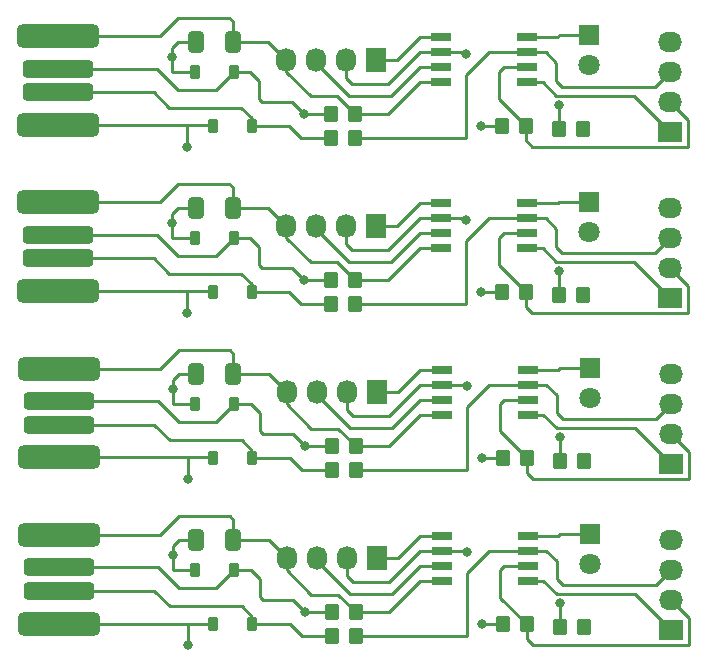
<source format=gbr>
%TF.GenerationSoftware,KiCad,Pcbnew,7.0.9*%
%TF.CreationDate,2023-12-25T23:00:34+05:45*%
%TF.ProjectId,Attiny85_USB_panel,41747469-6e79-4383-955f-5553425f7061,rev?*%
%TF.SameCoordinates,Original*%
%TF.FileFunction,Copper,L1,Top*%
%TF.FilePolarity,Positive*%
%FSLAX46Y46*%
G04 Gerber Fmt 4.6, Leading zero omitted, Abs format (unit mm)*
G04 Created by KiCad (PCBNEW 7.0.9) date 2023-12-25 23:00:34*
%MOMM*%
%LPD*%
G01*
G04 APERTURE LIST*
G04 Aperture macros list*
%AMRoundRect*
0 Rectangle with rounded corners*
0 $1 Rounding radius*
0 $2 $3 $4 $5 $6 $7 $8 $9 X,Y pos of 4 corners*
0 Add a 4 corners polygon primitive as box body*
4,1,4,$2,$3,$4,$5,$6,$7,$8,$9,$2,$3,0*
0 Add four circle primitives for the rounded corners*
1,1,$1+$1,$2,$3*
1,1,$1+$1,$4,$5*
1,1,$1+$1,$6,$7*
1,1,$1+$1,$8,$9*
0 Add four rect primitives between the rounded corners*
20,1,$1+$1,$2,$3,$4,$5,0*
20,1,$1+$1,$4,$5,$6,$7,0*
20,1,$1+$1,$6,$7,$8,$9,0*
20,1,$1+$1,$8,$9,$2,$3,0*%
G04 Aperture macros list end*
%TA.AperFunction,SMDPad,CuDef*%
%ADD10RoundRect,0.250000X0.350000X0.450000X-0.350000X0.450000X-0.350000X-0.450000X0.350000X-0.450000X0*%
%TD*%
%TA.AperFunction,SMDPad,CuDef*%
%ADD11R,1.700000X0.650000*%
%TD*%
%TA.AperFunction,ComponentPad*%
%ADD12R,1.730000X2.030000*%
%TD*%
%TA.AperFunction,ComponentPad*%
%ADD13O,1.730000X2.030000*%
%TD*%
%TA.AperFunction,SMDPad,CuDef*%
%ADD14RoundRect,0.225000X0.225000X0.375000X-0.225000X0.375000X-0.225000X-0.375000X0.225000X-0.375000X0*%
%TD*%
%TA.AperFunction,SMDPad,CuDef*%
%ADD15RoundRect,0.250000X-0.350000X-0.450000X0.350000X-0.450000X0.350000X0.450000X-0.350000X0.450000X0*%
%TD*%
%TA.AperFunction,ComponentPad*%
%ADD16R,2.030000X1.730000*%
%TD*%
%TA.AperFunction,ComponentPad*%
%ADD17O,2.030000X1.730000*%
%TD*%
%TA.AperFunction,SMDPad,CuDef*%
%ADD18RoundRect,0.250000X0.412500X0.650000X-0.412500X0.650000X-0.412500X-0.650000X0.412500X-0.650000X0*%
%TD*%
%TA.AperFunction,ComponentPad*%
%ADD19R,1.800000X1.800000*%
%TD*%
%TA.AperFunction,ComponentPad*%
%ADD20C,1.800000*%
%TD*%
%TA.AperFunction,SMDPad,CuDef*%
%ADD21RoundRect,0.500000X-3.000000X-0.500000X3.000000X-0.500000X3.000000X0.500000X-3.000000X0.500000X0*%
%TD*%
%TA.AperFunction,SMDPad,CuDef*%
%ADD22RoundRect,0.375000X-2.625000X-0.375000X2.625000X-0.375000X2.625000X0.375000X-2.625000X0.375000X0*%
%TD*%
%TA.AperFunction,ViaPad*%
%ADD23C,0.800000*%
%TD*%
%TA.AperFunction,Conductor*%
%ADD24C,0.250000*%
%TD*%
G04 APERTURE END LIST*
D10*
%TO.P,R1,1*%
%TO.N,Net-(J2-Pin_3)*%
X100062600Y-65379600D03*
%TO.P,R1,2*%
%TO.N,Net-(D2-K)*%
X98062600Y-65379600D03*
%TD*%
D11*
%TO.P,U3,1,~{RESET}/PB5*%
%TO.N,Net-(J2-Pin_1)*%
X114648000Y-46609000D03*
%TO.P,U3,2,XTAL1/PB3*%
%TO.N,Net-(J2-Pin_2)*%
X114648000Y-45339000D03*
%TO.P,U3,3,XTAL2/PB4*%
%TO.N,Net-(J2-Pin_3)*%
X114648000Y-44069000D03*
%TO.P,U3,4,GND*%
%TO.N,GND*%
X114648000Y-42799000D03*
%TO.P,U3,5,AREF/PB0*%
%TO.N,Net-(J1-Pin_1)*%
X107348000Y-42799000D03*
%TO.P,U3,6,PB1*%
%TO.N,Net-(J1-Pin_2)*%
X107348000Y-44069000D03*
%TO.P,U3,7,PB2*%
%TO.N,Net-(J1-Pin_3)*%
X107348000Y-45339000D03*
%TO.P,U3,8,VCC*%
%TO.N,+5V*%
X107348000Y-46609000D03*
%TD*%
D10*
%TO.P,R4,1*%
%TO.N,+5V*%
X100062600Y-63347600D03*
%TO.P,R4,2*%
%TO.N,Net-(D1-K)*%
X98062600Y-63347600D03*
%TD*%
D12*
%TO.P,J1,1,Pin_1*%
%TO.N,Net-(J1-Pin_1)*%
X101854000Y-44704000D03*
D13*
%TO.P,J1,2,Pin_2*%
%TO.N,Net-(J1-Pin_2)*%
X99314000Y-44704000D03*
%TO.P,J1,3,Pin_3*%
%TO.N,Net-(J1-Pin_3)*%
X96774000Y-44704000D03*
%TO.P,J1,4,Pin_4*%
%TO.N,+5V*%
X94234000Y-44704000D03*
%TD*%
D14*
%TO.P,D1,1,K*%
%TO.N,Net-(D1-K)*%
X89838800Y-87960200D03*
%TO.P,D1,2,A*%
%TO.N,GND*%
X86538800Y-87960200D03*
%TD*%
D10*
%TO.P,R3,1*%
%TO.N,Net-(J2-Pin_2)*%
X114588800Y-92532200D03*
%TO.P,R3,2*%
%TO.N,Net-(D1-K)*%
X112588800Y-92532200D03*
%TD*%
D15*
%TO.P,R2,1*%
%TO.N,Net-(J1-Pin_2)*%
X117364000Y-50546000D03*
%TO.P,R2,2*%
%TO.N,Net-(D3-A)*%
X119364000Y-50546000D03*
%TD*%
D14*
%TO.P,D1,1,K*%
%TO.N,Net-(D1-K)*%
X89836200Y-73888600D03*
%TO.P,D1,2,A*%
%TO.N,GND*%
X86536200Y-73888600D03*
%TD*%
D16*
%TO.P,J2,1,Pin_1*%
%TO.N,Net-(J2-Pin_1)*%
X126748600Y-64871600D03*
D17*
%TO.P,J2,2,Pin_2*%
%TO.N,Net-(J2-Pin_2)*%
X126748600Y-62331600D03*
%TO.P,J2,3,Pin_3*%
%TO.N,Net-(J2-Pin_3)*%
X126748600Y-59791600D03*
%TO.P,J2,4,Pin_4*%
%TO.N,GND*%
X126748600Y-57251600D03*
%TD*%
D10*
%TO.P,R3,1*%
%TO.N,Net-(J2-Pin_2)*%
X114586200Y-78460600D03*
%TO.P,R3,2*%
%TO.N,Net-(D1-K)*%
X112586200Y-78460600D03*
%TD*%
D14*
%TO.P,D2,1,K*%
%TO.N,Net-(D2-K)*%
X91360200Y-78460600D03*
%TO.P,D2,2,A*%
%TO.N,GND*%
X88060200Y-78460600D03*
%TD*%
%TO.P,D2,1,K*%
%TO.N,Net-(D2-K)*%
X91362800Y-92532200D03*
%TO.P,D2,2,A*%
%TO.N,GND*%
X88062800Y-92532200D03*
%TD*%
D18*
%TO.P,C1,1*%
%TO.N,+5V*%
X89703100Y-57251600D03*
%TO.P,C1,2*%
%TO.N,GND*%
X86578100Y-57251600D03*
%TD*%
D19*
%TO.P,D3,1,K*%
%TO.N,GND*%
X119888000Y-42667000D03*
D20*
%TO.P,D3,2,A*%
%TO.N,Net-(D3-A)*%
X119888000Y-45207000D03*
%TD*%
D10*
%TO.P,R1,1*%
%TO.N,Net-(J2-Pin_3)*%
X100108200Y-79476600D03*
%TO.P,R1,2*%
%TO.N,Net-(D2-K)*%
X98108200Y-79476600D03*
%TD*%
D18*
%TO.P,C1,1*%
%TO.N,+5V*%
X89751300Y-85420200D03*
%TO.P,C1,2*%
%TO.N,GND*%
X86626300Y-85420200D03*
%TD*%
D19*
%TO.P,D3,1,K*%
%TO.N,GND*%
X119938800Y-84907200D03*
D20*
%TO.P,D3,2,A*%
%TO.N,Net-(D3-A)*%
X119938800Y-87447200D03*
%TD*%
D12*
%TO.P,J1,1,Pin_1*%
%TO.N,Net-(J1-Pin_1)*%
X101902200Y-72872600D03*
D13*
%TO.P,J1,2,Pin_2*%
%TO.N,Net-(J1-Pin_2)*%
X99362200Y-72872600D03*
%TO.P,J1,3,Pin_3*%
%TO.N,Net-(J1-Pin_3)*%
X96822200Y-72872600D03*
%TO.P,J1,4,Pin_4*%
%TO.N,+5V*%
X94282200Y-72872600D03*
%TD*%
D16*
%TO.P,J2,1,Pin_1*%
%TO.N,Net-(J2-Pin_1)*%
X126794200Y-78968600D03*
D17*
%TO.P,J2,2,Pin_2*%
%TO.N,Net-(J2-Pin_2)*%
X126794200Y-76428600D03*
%TO.P,J2,3,Pin_3*%
%TO.N,Net-(J2-Pin_3)*%
X126794200Y-73888600D03*
%TO.P,J2,4,Pin_4*%
%TO.N,GND*%
X126794200Y-71348600D03*
%TD*%
D16*
%TO.P,J2,1,Pin_1*%
%TO.N,Net-(J2-Pin_1)*%
X126746000Y-50800000D03*
D17*
%TO.P,J2,2,Pin_2*%
%TO.N,Net-(J2-Pin_2)*%
X126746000Y-48260000D03*
%TO.P,J2,3,Pin_3*%
%TO.N,Net-(J2-Pin_3)*%
X126746000Y-45720000D03*
%TO.P,J2,4,Pin_4*%
%TO.N,GND*%
X126746000Y-43180000D03*
%TD*%
D19*
%TO.P,D3,1,K*%
%TO.N,GND*%
X119936200Y-70835600D03*
D20*
%TO.P,D3,2,A*%
%TO.N,Net-(D3-A)*%
X119936200Y-73375600D03*
%TD*%
D18*
%TO.P,C1,1*%
%TO.N,+5V*%
X89748700Y-71348600D03*
%TO.P,C1,2*%
%TO.N,GND*%
X86623700Y-71348600D03*
%TD*%
D14*
%TO.P,D2,1,K*%
%TO.N,Net-(D2-K)*%
X91314600Y-64363600D03*
%TO.P,D2,2,A*%
%TO.N,GND*%
X88014600Y-64363600D03*
%TD*%
D18*
%TO.P,C1,1*%
%TO.N,+5V*%
X89700500Y-43180000D03*
%TO.P,C1,2*%
%TO.N,GND*%
X86575500Y-43180000D03*
%TD*%
D15*
%TO.P,R2,1*%
%TO.N,Net-(J1-Pin_2)*%
X117412200Y-78714600D03*
%TO.P,R2,2*%
%TO.N,Net-(D3-A)*%
X119412200Y-78714600D03*
%TD*%
D10*
%TO.P,R4,1*%
%TO.N,+5V*%
X100108200Y-77444600D03*
%TO.P,R4,2*%
%TO.N,Net-(D1-K)*%
X98108200Y-77444600D03*
%TD*%
D16*
%TO.P,J2,1,Pin_1*%
%TO.N,Net-(J2-Pin_1)*%
X126796800Y-93040200D03*
D17*
%TO.P,J2,2,Pin_2*%
%TO.N,Net-(J2-Pin_2)*%
X126796800Y-90500200D03*
%TO.P,J2,3,Pin_3*%
%TO.N,Net-(J2-Pin_3)*%
X126796800Y-87960200D03*
%TO.P,J2,4,Pin_4*%
%TO.N,GND*%
X126796800Y-85420200D03*
%TD*%
D21*
%TO.P,U2,1,Vcc*%
%TO.N,+5V*%
X74978200Y-70884600D03*
D22*
%TO.P,U2,2,D+*%
%TO.N,Net-(D1-K)*%
X74978200Y-73634600D03*
%TO.P,U2,3,D-*%
%TO.N,Net-(D2-K)*%
X74978200Y-75634600D03*
D21*
%TO.P,U2,4,GND*%
%TO.N,GND*%
X74978200Y-78384600D03*
%TD*%
D12*
%TO.P,J1,1,Pin_1*%
%TO.N,Net-(J1-Pin_1)*%
X101904800Y-86944200D03*
D13*
%TO.P,J1,2,Pin_2*%
%TO.N,Net-(J1-Pin_2)*%
X99364800Y-86944200D03*
%TO.P,J1,3,Pin_3*%
%TO.N,Net-(J1-Pin_3)*%
X96824800Y-86944200D03*
%TO.P,J1,4,Pin_4*%
%TO.N,+5V*%
X94284800Y-86944200D03*
%TD*%
D10*
%TO.P,R4,1*%
%TO.N,+5V*%
X100110800Y-91516200D03*
%TO.P,R4,2*%
%TO.N,Net-(D1-K)*%
X98110800Y-91516200D03*
%TD*%
D14*
%TO.P,D1,1,K*%
%TO.N,Net-(D1-K)*%
X89788000Y-45720000D03*
%TO.P,D1,2,A*%
%TO.N,GND*%
X86488000Y-45720000D03*
%TD*%
D10*
%TO.P,R1,1*%
%TO.N,Net-(J2-Pin_3)*%
X100110800Y-93548200D03*
%TO.P,R1,2*%
%TO.N,Net-(D2-K)*%
X98110800Y-93548200D03*
%TD*%
%TO.P,R1,1*%
%TO.N,Net-(J2-Pin_3)*%
X100060000Y-51308000D03*
%TO.P,R1,2*%
%TO.N,Net-(D2-K)*%
X98060000Y-51308000D03*
%TD*%
D14*
%TO.P,D2,1,K*%
%TO.N,Net-(D2-K)*%
X91312000Y-50292000D03*
%TO.P,D2,2,A*%
%TO.N,GND*%
X88012000Y-50292000D03*
%TD*%
D10*
%TO.P,R4,1*%
%TO.N,+5V*%
X100060000Y-49276000D03*
%TO.P,R4,2*%
%TO.N,Net-(D1-K)*%
X98060000Y-49276000D03*
%TD*%
D21*
%TO.P,U2,1,Vcc*%
%TO.N,+5V*%
X74932600Y-56787600D03*
D22*
%TO.P,U2,2,D+*%
%TO.N,Net-(D1-K)*%
X74932600Y-59537600D03*
%TO.P,U2,3,D-*%
%TO.N,Net-(D2-K)*%
X74932600Y-61537600D03*
D21*
%TO.P,U2,4,GND*%
%TO.N,GND*%
X74932600Y-64287600D03*
%TD*%
%TO.P,U2,1,Vcc*%
%TO.N,+5V*%
X74930000Y-42716000D03*
D22*
%TO.P,U2,2,D+*%
%TO.N,Net-(D1-K)*%
X74930000Y-45466000D03*
%TO.P,U2,3,D-*%
%TO.N,Net-(D2-K)*%
X74930000Y-47466000D03*
D21*
%TO.P,U2,4,GND*%
%TO.N,GND*%
X74930000Y-50216000D03*
%TD*%
D10*
%TO.P,R3,1*%
%TO.N,Net-(J2-Pin_2)*%
X114540600Y-64363600D03*
%TO.P,R3,2*%
%TO.N,Net-(D1-K)*%
X112540600Y-64363600D03*
%TD*%
D15*
%TO.P,R2,1*%
%TO.N,Net-(J1-Pin_2)*%
X117366600Y-64617600D03*
%TO.P,R2,2*%
%TO.N,Net-(D3-A)*%
X119366600Y-64617600D03*
%TD*%
D11*
%TO.P,U3,1,~{RESET}/PB5*%
%TO.N,Net-(J2-Pin_1)*%
X114650600Y-60680600D03*
%TO.P,U3,2,XTAL1/PB3*%
%TO.N,Net-(J2-Pin_2)*%
X114650600Y-59410600D03*
%TO.P,U3,3,XTAL2/PB4*%
%TO.N,Net-(J2-Pin_3)*%
X114650600Y-58140600D03*
%TO.P,U3,4,GND*%
%TO.N,GND*%
X114650600Y-56870600D03*
%TO.P,U3,5,AREF/PB0*%
%TO.N,Net-(J1-Pin_1)*%
X107350600Y-56870600D03*
%TO.P,U3,6,PB1*%
%TO.N,Net-(J1-Pin_2)*%
X107350600Y-58140600D03*
%TO.P,U3,7,PB2*%
%TO.N,Net-(J1-Pin_3)*%
X107350600Y-59410600D03*
%TO.P,U3,8,VCC*%
%TO.N,+5V*%
X107350600Y-60680600D03*
%TD*%
D10*
%TO.P,R3,1*%
%TO.N,Net-(J2-Pin_2)*%
X114538000Y-50292000D03*
%TO.P,R3,2*%
%TO.N,Net-(D1-K)*%
X112538000Y-50292000D03*
%TD*%
D14*
%TO.P,D1,1,K*%
%TO.N,Net-(D1-K)*%
X89790600Y-59791600D03*
%TO.P,D1,2,A*%
%TO.N,GND*%
X86490600Y-59791600D03*
%TD*%
D12*
%TO.P,J1,1,Pin_1*%
%TO.N,Net-(J1-Pin_1)*%
X101856600Y-58775600D03*
D13*
%TO.P,J1,2,Pin_2*%
%TO.N,Net-(J1-Pin_2)*%
X99316600Y-58775600D03*
%TO.P,J1,3,Pin_3*%
%TO.N,Net-(J1-Pin_3)*%
X96776600Y-58775600D03*
%TO.P,J1,4,Pin_4*%
%TO.N,+5V*%
X94236600Y-58775600D03*
%TD*%
D19*
%TO.P,D3,1,K*%
%TO.N,GND*%
X119890600Y-56738600D03*
D20*
%TO.P,D3,2,A*%
%TO.N,Net-(D3-A)*%
X119890600Y-59278600D03*
%TD*%
D11*
%TO.P,U3,1,~{RESET}/PB5*%
%TO.N,Net-(J2-Pin_1)*%
X114696200Y-74777600D03*
%TO.P,U3,2,XTAL1/PB3*%
%TO.N,Net-(J2-Pin_2)*%
X114696200Y-73507600D03*
%TO.P,U3,3,XTAL2/PB4*%
%TO.N,Net-(J2-Pin_3)*%
X114696200Y-72237600D03*
%TO.P,U3,4,GND*%
%TO.N,GND*%
X114696200Y-70967600D03*
%TO.P,U3,5,AREF/PB0*%
%TO.N,Net-(J1-Pin_1)*%
X107396200Y-70967600D03*
%TO.P,U3,6,PB1*%
%TO.N,Net-(J1-Pin_2)*%
X107396200Y-72237600D03*
%TO.P,U3,7,PB2*%
%TO.N,Net-(J1-Pin_3)*%
X107396200Y-73507600D03*
%TO.P,U3,8,VCC*%
%TO.N,+5V*%
X107396200Y-74777600D03*
%TD*%
D15*
%TO.P,R2,1*%
%TO.N,Net-(J1-Pin_2)*%
X117414800Y-92786200D03*
%TO.P,R2,2*%
%TO.N,Net-(D3-A)*%
X119414800Y-92786200D03*
%TD*%
D11*
%TO.P,U3,1,~{RESET}/PB5*%
%TO.N,Net-(J2-Pin_1)*%
X114698800Y-88849200D03*
%TO.P,U3,2,XTAL1/PB3*%
%TO.N,Net-(J2-Pin_2)*%
X114698800Y-87579200D03*
%TO.P,U3,3,XTAL2/PB4*%
%TO.N,Net-(J2-Pin_3)*%
X114698800Y-86309200D03*
%TO.P,U3,4,GND*%
%TO.N,GND*%
X114698800Y-85039200D03*
%TO.P,U3,5,AREF/PB0*%
%TO.N,Net-(J1-Pin_1)*%
X107398800Y-85039200D03*
%TO.P,U3,6,PB1*%
%TO.N,Net-(J1-Pin_2)*%
X107398800Y-86309200D03*
%TO.P,U3,7,PB2*%
%TO.N,Net-(J1-Pin_3)*%
X107398800Y-87579200D03*
%TO.P,U3,8,VCC*%
%TO.N,+5V*%
X107398800Y-88849200D03*
%TD*%
D21*
%TO.P,U2,1,Vcc*%
%TO.N,+5V*%
X74980800Y-84956200D03*
D22*
%TO.P,U2,2,D+*%
%TO.N,Net-(D1-K)*%
X74980800Y-87706200D03*
%TO.P,U2,3,D-*%
%TO.N,Net-(D2-K)*%
X74980800Y-89706200D03*
D21*
%TO.P,U2,4,GND*%
%TO.N,GND*%
X74980800Y-92456200D03*
%TD*%
D23*
%TO.N,GND*%
X85854600Y-66141600D03*
X84632800Y-86690200D03*
X84582000Y-44450000D03*
X85900200Y-80238600D03*
X85852000Y-52070000D03*
X84584600Y-58521600D03*
X84630200Y-72618600D03*
X85902800Y-94310200D03*
%TO.N,Net-(D1-K)*%
X95758000Y-49276000D03*
X95806200Y-77444600D03*
X110744000Y-50292000D03*
X95808800Y-91516200D03*
X110746600Y-64363600D03*
X110794800Y-92532200D03*
X110792200Y-78460600D03*
X95760600Y-63347600D03*
%TO.N,Net-(J1-Pin_2)*%
X117396200Y-76682600D03*
X117350600Y-62585600D03*
X117398800Y-90754200D03*
X117348000Y-48514000D03*
X109476600Y-58267600D03*
X109524800Y-86436200D03*
X109522200Y-72364600D03*
X109474000Y-44196000D03*
%TD*%
D24*
%TO.N,+5V*%
X74932600Y-56787600D02*
X83524600Y-56787600D01*
X102870000Y-49276000D02*
X105537000Y-46609000D01*
X98621200Y-75957600D02*
X96351200Y-75957600D01*
X105539600Y-60680600D02*
X107350600Y-60680600D01*
X94234000Y-45720000D02*
X94234000Y-44704000D01*
X85092600Y-55219600D02*
X89410600Y-55219600D01*
X74930000Y-42716000D02*
X83522000Y-42716000D01*
X83522000Y-42716000D02*
X85090000Y-41148000D01*
X89700500Y-43180000D02*
X92710000Y-43180000D01*
X105585200Y-74777600D02*
X107396200Y-74777600D01*
X89751300Y-83680700D02*
X89751300Y-85420200D01*
X89700500Y-41440500D02*
X89700500Y-43180000D01*
X98623800Y-90029200D02*
X96353800Y-90029200D01*
X98573000Y-47789000D02*
X96303000Y-47789000D01*
X100110800Y-91516200D02*
X102920800Y-91516200D01*
X105537000Y-46609000D02*
X107348000Y-46609000D01*
X100062600Y-63347600D02*
X98575600Y-61860600D01*
X89703100Y-57251600D02*
X92712600Y-57251600D01*
X92712600Y-57251600D02*
X94236600Y-58775600D01*
X96305600Y-61860600D02*
X94236600Y-59791600D01*
X100060000Y-49276000D02*
X98573000Y-47789000D01*
X102920800Y-91516200D02*
X105587800Y-88849200D01*
X100110800Y-91516200D02*
X98623800Y-90029200D01*
X83524600Y-56787600D02*
X85092600Y-55219600D01*
X94284800Y-87960200D02*
X94284800Y-86944200D01*
X92710000Y-43180000D02*
X94234000Y-44704000D01*
X74978200Y-70884600D02*
X83570200Y-70884600D01*
X94236600Y-59791600D02*
X94236600Y-58775600D01*
X89751300Y-85420200D02*
X92760800Y-85420200D01*
X89748700Y-69609100D02*
X89748700Y-71348600D01*
X96303000Y-47789000D02*
X94234000Y-45720000D01*
X89748700Y-71348600D02*
X92758200Y-71348600D01*
X89703100Y-55512100D02*
X89703100Y-57251600D01*
X100060000Y-49276000D02*
X102870000Y-49276000D01*
X89410600Y-55219600D02*
X89703100Y-55512100D01*
X102918200Y-77444600D02*
X105585200Y-74777600D01*
X102872600Y-63347600D02*
X105539600Y-60680600D01*
X100108200Y-77444600D02*
X98621200Y-75957600D01*
X105587800Y-88849200D02*
X107398800Y-88849200D01*
X100108200Y-77444600D02*
X102918200Y-77444600D01*
X94282200Y-73888600D02*
X94282200Y-72872600D01*
X83570200Y-70884600D02*
X85138200Y-69316600D01*
X96351200Y-75957600D02*
X94282200Y-73888600D01*
X85138200Y-69316600D02*
X89456200Y-69316600D01*
X89408000Y-41148000D02*
X89700500Y-41440500D01*
X92758200Y-71348600D02*
X94282200Y-72872600D01*
X85090000Y-41148000D02*
X89408000Y-41148000D01*
X89458800Y-83388200D02*
X89751300Y-83680700D01*
X96353800Y-90029200D02*
X94284800Y-87960200D01*
X89456200Y-69316600D02*
X89748700Y-69609100D01*
X98575600Y-61860600D02*
X96305600Y-61860600D01*
X85140800Y-83388200D02*
X89458800Y-83388200D01*
X74980800Y-84956200D02*
X83572800Y-84956200D01*
X100062600Y-63347600D02*
X102872600Y-63347600D01*
X92760800Y-85420200D02*
X94284800Y-86944200D01*
X83572800Y-84956200D02*
X85140800Y-83388200D01*
%TO.N,GND*%
X85854600Y-64287600D02*
X87938600Y-64287600D01*
X117269200Y-70967600D02*
X114696200Y-70967600D01*
X85140800Y-85420200D02*
X86626300Y-85420200D01*
X117271800Y-85039200D02*
X114698800Y-85039200D01*
X74980800Y-92456200D02*
X85902800Y-92456200D01*
X85854600Y-64287600D02*
X85854600Y-66141600D01*
X117353000Y-42667000D02*
X117221000Y-42799000D01*
X85900200Y-78384600D02*
X85900200Y-80238600D01*
X74930000Y-50216000D02*
X85852000Y-50216000D01*
X74932600Y-64287600D02*
X85854600Y-64287600D01*
X119888000Y-42667000D02*
X117353000Y-42667000D01*
X117355600Y-56738600D02*
X117223600Y-56870600D01*
X84584600Y-57759600D02*
X85092600Y-57251600D01*
X84582000Y-44450000D02*
X84582000Y-43688000D01*
X74978200Y-78384600D02*
X85900200Y-78384600D01*
X84582000Y-45720000D02*
X86488000Y-45720000D01*
X84630200Y-72618600D02*
X84630200Y-73888600D01*
X85852000Y-50216000D02*
X85852000Y-52070000D01*
X85902800Y-92456200D02*
X85902800Y-94310200D01*
X84582000Y-44450000D02*
X84582000Y-45720000D01*
X84630200Y-72618600D02*
X84630200Y-71856600D01*
X117403800Y-84907200D02*
X117271800Y-85039200D01*
X85852000Y-50216000D02*
X87936000Y-50216000D01*
X87984200Y-78384600D02*
X88060200Y-78460600D01*
X84632800Y-86690200D02*
X84632800Y-85928200D01*
X84632800Y-85928200D02*
X85140800Y-85420200D01*
X85902800Y-92456200D02*
X87986800Y-92456200D01*
X87986800Y-92456200D02*
X88062800Y-92532200D01*
X119890600Y-56738600D02*
X117355600Y-56738600D01*
X87936000Y-50216000D02*
X88012000Y-50292000D01*
X84632800Y-87960200D02*
X86538800Y-87960200D01*
X84584600Y-59791600D02*
X86490600Y-59791600D01*
X84584600Y-58521600D02*
X84584600Y-59791600D01*
X85092600Y-57251600D02*
X86578100Y-57251600D01*
X119936200Y-70835600D02*
X117401200Y-70835600D01*
X119938800Y-84907200D02*
X117403800Y-84907200D01*
X85900200Y-78384600D02*
X87984200Y-78384600D01*
X117221000Y-42799000D02*
X114648000Y-42799000D01*
X84632800Y-86690200D02*
X84632800Y-87960200D01*
X85138200Y-71348600D02*
X86623700Y-71348600D01*
X84630200Y-71856600D02*
X85138200Y-71348600D01*
X87938600Y-64287600D02*
X88014600Y-64363600D01*
X84582000Y-43688000D02*
X85090000Y-43180000D01*
X117223600Y-56870600D02*
X114650600Y-56870600D01*
X84584600Y-58521600D02*
X84584600Y-57759600D01*
X117401200Y-70835600D02*
X117269200Y-70967600D01*
X84630200Y-73888600D02*
X86536200Y-73888600D01*
X85090000Y-43180000D02*
X86575500Y-43180000D01*
%TO.N,Net-(D1-K)*%
X74932600Y-59537600D02*
X83314600Y-59537600D01*
X92202000Y-48260000D02*
X94742000Y-48260000D01*
X83360200Y-73634600D02*
X85138200Y-75412600D01*
X95760600Y-63347600D02*
X98062600Y-63347600D01*
X89790600Y-59791600D02*
X91188600Y-59791600D01*
X110794800Y-92532200D02*
X112588800Y-92532200D01*
X91998800Y-90246200D02*
X92252800Y-90500200D01*
X89788000Y-45720000D02*
X91186000Y-45720000D01*
X94792800Y-90500200D02*
X95808800Y-91516200D01*
X110746600Y-64363600D02*
X112540600Y-64363600D01*
X88312200Y-75412600D02*
X89836200Y-73888600D01*
X88314800Y-89484200D02*
X89838800Y-87960200D01*
X91950600Y-60553600D02*
X91950600Y-62077600D01*
X91996200Y-76174600D02*
X92250200Y-76428600D01*
X94742000Y-48260000D02*
X95758000Y-49276000D01*
X92250200Y-76428600D02*
X94790200Y-76428600D01*
X94790200Y-76428600D02*
X95806200Y-77444600D01*
X85138200Y-75412600D02*
X88312200Y-75412600D01*
X92252800Y-90500200D02*
X94792800Y-90500200D01*
X92204600Y-62331600D02*
X94744600Y-62331600D01*
X85140800Y-89484200D02*
X88314800Y-89484200D01*
X74930000Y-45466000D02*
X83312000Y-45466000D01*
X89838800Y-87960200D02*
X91236800Y-87960200D01*
X91186000Y-45720000D02*
X91948000Y-46482000D01*
X110792200Y-78460600D02*
X112586200Y-78460600D01*
X85092600Y-61315600D02*
X88266600Y-61315600D01*
X95806200Y-77444600D02*
X98108200Y-77444600D01*
X91996200Y-74650600D02*
X91996200Y-76174600D01*
X88264000Y-47244000D02*
X89788000Y-45720000D01*
X91948000Y-46482000D02*
X91948000Y-48006000D01*
X91950600Y-62077600D02*
X92204600Y-62331600D01*
X74980800Y-87706200D02*
X83362800Y-87706200D01*
X91948000Y-48006000D02*
X92202000Y-48260000D01*
X91236800Y-87960200D02*
X91998800Y-88722200D01*
X83312000Y-45466000D02*
X85090000Y-47244000D01*
X85090000Y-47244000D02*
X88264000Y-47244000D01*
X91234200Y-73888600D02*
X91996200Y-74650600D01*
X110744000Y-50292000D02*
X112538000Y-50292000D01*
X95758000Y-49276000D02*
X98060000Y-49276000D01*
X88266600Y-61315600D02*
X89790600Y-59791600D01*
X95808800Y-91516200D02*
X98110800Y-91516200D01*
X74978200Y-73634600D02*
X83360200Y-73634600D01*
X89836200Y-73888600D02*
X91234200Y-73888600D01*
X91188600Y-59791600D02*
X91950600Y-60553600D01*
X83314600Y-59537600D02*
X85092600Y-61315600D01*
X91998800Y-88722200D02*
X91998800Y-90246200D01*
X94744600Y-62331600D02*
X95760600Y-63347600D01*
X83362800Y-87706200D02*
X85140800Y-89484200D01*
%TO.N,Net-(D2-K)*%
X90474800Y-91008200D02*
X91362800Y-91896200D01*
X83028600Y-61537600D02*
X84330600Y-62839600D01*
X91314600Y-63727600D02*
X91314600Y-64363600D01*
X91312000Y-50292000D02*
X91321000Y-50283000D01*
X90472200Y-76936600D02*
X91360200Y-77824600D01*
X91312000Y-50292000D02*
X94488000Y-50292000D01*
X95552200Y-79476600D02*
X98108200Y-79476600D01*
X90424000Y-48768000D02*
X91312000Y-49656000D01*
X95506600Y-65379600D02*
X98062600Y-65379600D01*
X91314600Y-64363600D02*
X91323600Y-64354600D01*
X74980800Y-89706200D02*
X83076800Y-89706200D01*
X91362800Y-92532200D02*
X91371800Y-92523200D01*
X74978200Y-75634600D02*
X83074200Y-75634600D01*
X90426600Y-62839600D02*
X91314600Y-63727600D01*
X83026000Y-47466000D02*
X84328000Y-48768000D01*
X91362800Y-92532200D02*
X94538800Y-92532200D01*
X95554800Y-93548200D02*
X98110800Y-93548200D01*
X91360200Y-78460600D02*
X91369200Y-78451600D01*
X94488000Y-50292000D02*
X95504000Y-51308000D01*
X91314600Y-64363600D02*
X94490600Y-64363600D01*
X84330600Y-62839600D02*
X90426600Y-62839600D01*
X95504000Y-51308000D02*
X98060000Y-51308000D01*
X94538800Y-92532200D02*
X95554800Y-93548200D01*
X84328000Y-48768000D02*
X90424000Y-48768000D01*
X74932600Y-61537600D02*
X83028600Y-61537600D01*
X91360200Y-78460600D02*
X94536200Y-78460600D01*
X91312000Y-49656000D02*
X91312000Y-50292000D01*
X84378800Y-91008200D02*
X90474800Y-91008200D01*
X74930000Y-47466000D02*
X83026000Y-47466000D01*
X91360200Y-77824600D02*
X91360200Y-78460600D01*
X94490600Y-64363600D02*
X95506600Y-65379600D01*
X94536200Y-78460600D02*
X95552200Y-79476600D01*
X91362800Y-91896200D02*
X91362800Y-92532200D01*
X83074200Y-75634600D02*
X84376200Y-76936600D01*
X83076800Y-89706200D02*
X84378800Y-91008200D01*
X84376200Y-76936600D02*
X90472200Y-76936600D01*
%TO.N,Net-(J1-Pin_1)*%
X103634600Y-58775600D02*
X105539600Y-56870600D01*
X105537000Y-42799000D02*
X107348000Y-42799000D01*
X103632000Y-44704000D02*
X105537000Y-42799000D01*
X101902200Y-72872600D02*
X103680200Y-72872600D01*
X105587800Y-85039200D02*
X107398800Y-85039200D01*
X103682800Y-86944200D02*
X105587800Y-85039200D01*
X103680200Y-72872600D02*
X105585200Y-70967600D01*
X101856600Y-58775600D02*
X103634600Y-58775600D01*
X105539600Y-56870600D02*
X107350600Y-56870600D01*
X101854000Y-44704000D02*
X103632000Y-44704000D01*
X105585200Y-70967600D02*
X107396200Y-70967600D01*
X101904800Y-86944200D02*
X103682800Y-86944200D01*
%TO.N,Net-(J1-Pin_2)*%
X102918200Y-74904600D02*
X105585200Y-72237600D01*
X102920800Y-88976200D02*
X105587800Y-86309200D01*
X109395200Y-72237600D02*
X109522200Y-72364600D01*
X109397800Y-86309200D02*
X109524800Y-86436200D01*
X107396200Y-72237600D02*
X109395200Y-72237600D01*
X99316600Y-58775600D02*
X99316600Y-60299600D01*
X117398800Y-92770200D02*
X117414800Y-92786200D01*
X117350600Y-64601600D02*
X117366600Y-64617600D01*
X99362200Y-74396600D02*
X99870200Y-74904600D01*
X117396200Y-78698600D02*
X117412200Y-78714600D01*
X117396200Y-76682600D02*
X117396200Y-78698600D01*
X105585200Y-72237600D02*
X107396200Y-72237600D01*
X99822000Y-46736000D02*
X102870000Y-46736000D01*
X107350600Y-58140600D02*
X109349600Y-58140600D01*
X99316600Y-60299600D02*
X99824600Y-60807600D01*
X105539600Y-58140600D02*
X107350600Y-58140600D01*
X117350600Y-62585600D02*
X117350600Y-64601600D01*
X107398800Y-86309200D02*
X109397800Y-86309200D01*
X107348000Y-44069000D02*
X109347000Y-44069000D01*
X105537000Y-44069000D02*
X107348000Y-44069000D01*
X105587800Y-86309200D02*
X107398800Y-86309200D01*
X99870200Y-74904600D02*
X102918200Y-74904600D01*
X99364800Y-86944200D02*
X99364800Y-88468200D01*
X102870000Y-46736000D02*
X105537000Y-44069000D01*
X117398800Y-90754200D02*
X117398800Y-92770200D01*
X99362200Y-72872600D02*
X99362200Y-74396600D01*
X117348000Y-48514000D02*
X117348000Y-50530000D01*
X99364800Y-88468200D02*
X99872800Y-88976200D01*
X117348000Y-50530000D02*
X117364000Y-50546000D01*
X109347000Y-44069000D02*
X109474000Y-44196000D01*
X102872600Y-60807600D02*
X105539600Y-58140600D01*
X109349600Y-58140600D02*
X109476600Y-58267600D01*
X99872800Y-88976200D02*
X102920800Y-88976200D01*
X99314000Y-44704000D02*
X99314000Y-46228000D01*
X99824600Y-60807600D02*
X102872600Y-60807600D01*
X99314000Y-46228000D02*
X99822000Y-46736000D01*
%TO.N,Net-(J1-Pin_3)*%
X99618800Y-89992200D02*
X103174800Y-89992200D01*
X96776600Y-59029600D02*
X99570600Y-61823600D01*
X103172200Y-75920600D02*
X105585200Y-73507600D01*
X105587800Y-87579200D02*
X107398800Y-87579200D01*
X99570600Y-61823600D02*
X103126600Y-61823600D01*
X99568000Y-47752000D02*
X103124000Y-47752000D01*
X105539600Y-59410600D02*
X107350600Y-59410600D01*
X96822200Y-72872600D02*
X96822200Y-73126600D01*
X105585200Y-73507600D02*
X107396200Y-73507600D01*
X99616200Y-75920600D02*
X103172200Y-75920600D01*
X96774000Y-44958000D02*
X99568000Y-47752000D01*
X105537000Y-45339000D02*
X107348000Y-45339000D01*
X96824800Y-87198200D02*
X99618800Y-89992200D01*
X103174800Y-89992200D02*
X105587800Y-87579200D01*
X96774000Y-44704000D02*
X96774000Y-44958000D01*
X103126600Y-61823600D02*
X105539600Y-59410600D01*
X96776600Y-58775600D02*
X96776600Y-59029600D01*
X103124000Y-47752000D02*
X105537000Y-45339000D01*
X96824800Y-86944200D02*
X96824800Y-87198200D01*
X96822200Y-73126600D02*
X99616200Y-75920600D01*
%TO.N,Net-(J2-Pin_1)*%
X114696200Y-74777600D02*
X115999200Y-74777600D01*
X123748800Y-89992200D02*
X126796800Y-93040200D01*
X116001800Y-88849200D02*
X117144800Y-89992200D01*
X117096600Y-61823600D02*
X123700600Y-61823600D01*
X115953600Y-60680600D02*
X117096600Y-61823600D01*
X123746200Y-75920600D02*
X126794200Y-78968600D01*
X114650600Y-60680600D02*
X115953600Y-60680600D01*
X115951000Y-46609000D02*
X117094000Y-47752000D01*
X123700600Y-61823600D02*
X126748600Y-64871600D01*
X114698800Y-88849200D02*
X116001800Y-88849200D01*
X117142200Y-75920600D02*
X123746200Y-75920600D01*
X117094000Y-47752000D02*
X123698000Y-47752000D01*
X117144800Y-89992200D02*
X123748800Y-89992200D01*
X114648000Y-46609000D02*
X115951000Y-46609000D01*
X123698000Y-47752000D02*
X126746000Y-50800000D01*
X115999200Y-74777600D02*
X117142200Y-75920600D01*
%TO.N,Net-(J2-Pin_2)*%
X114650600Y-59410600D02*
X114125600Y-59410600D01*
X114540600Y-64363600D02*
X114540600Y-65617600D01*
X112268000Y-45720000D02*
X112268000Y-48022000D01*
X114538000Y-50292000D02*
X114538000Y-51546000D01*
X112316200Y-73888600D02*
X112697200Y-73507600D01*
X115062000Y-52070000D02*
X128270000Y-52070000D01*
X112318800Y-87960200D02*
X112318800Y-90262200D01*
X114125600Y-59410600D02*
X113998600Y-59537600D01*
X114696200Y-73507600D02*
X114171200Y-73507600D01*
X114538000Y-51546000D02*
X115062000Y-52070000D01*
X128272600Y-66141600D02*
X128272600Y-63855600D01*
X114171200Y-73507600D02*
X114044200Y-73634600D01*
X112270600Y-59791600D02*
X112651600Y-59410600D01*
X112649000Y-45339000D02*
X114648000Y-45339000D01*
X114173800Y-87579200D02*
X114046800Y-87706200D01*
X112270600Y-62093600D02*
X114540600Y-64363600D01*
X112699800Y-87579200D02*
X114698800Y-87579200D01*
X115112800Y-94310200D02*
X128320800Y-94310200D01*
X128272600Y-63855600D02*
X126748600Y-62331600D01*
X115110200Y-80238600D02*
X128318200Y-80238600D01*
X112270600Y-59791600D02*
X112270600Y-62093600D01*
X128318200Y-80238600D02*
X128318200Y-77952600D01*
X112318800Y-87960200D02*
X112699800Y-87579200D01*
X114698800Y-87579200D02*
X114173800Y-87579200D01*
X112318800Y-90262200D02*
X114588800Y-92532200D01*
X128320800Y-92024200D02*
X126796800Y-90500200D01*
X114540600Y-65617600D02*
X115064600Y-66141600D01*
X115064600Y-66141600D02*
X128272600Y-66141600D01*
X128318200Y-77952600D02*
X126794200Y-76428600D01*
X128320800Y-94310200D02*
X128320800Y-92024200D01*
X112316200Y-76190600D02*
X114586200Y-78460600D01*
X128270000Y-49784000D02*
X126746000Y-48260000D01*
X114588800Y-92532200D02*
X114588800Y-93786200D01*
X112268000Y-48022000D02*
X114538000Y-50292000D01*
X112268000Y-45720000D02*
X112649000Y-45339000D01*
X114586200Y-79714600D02*
X115110200Y-80238600D01*
X112697200Y-73507600D02*
X114696200Y-73507600D01*
X114123000Y-45339000D02*
X113996000Y-45466000D01*
X112316200Y-73888600D02*
X112316200Y-76190600D01*
X128270000Y-52070000D02*
X128270000Y-49784000D01*
X112651600Y-59410600D02*
X114650600Y-59410600D01*
X114588800Y-93786200D02*
X115112800Y-94310200D01*
X114586200Y-78460600D02*
X114586200Y-79714600D01*
X114648000Y-45339000D02*
X114123000Y-45339000D01*
%TO.N,Net-(J2-Pin_3)*%
X116253200Y-72237600D02*
X117142200Y-73126600D01*
X117604600Y-61061600D02*
X125478600Y-61061600D01*
X117096600Y-59029600D02*
X117096600Y-60553600D01*
X117094000Y-46482000D02*
X117602000Y-46990000D01*
X125476000Y-46990000D02*
X126746000Y-45720000D01*
X109476600Y-60045600D02*
X111381600Y-58140600D01*
X125524200Y-75158600D02*
X126794200Y-73888600D01*
X109522200Y-79476600D02*
X109522200Y-74142600D01*
X100110800Y-93548200D02*
X109524800Y-93548200D01*
X109476600Y-65379600D02*
X109476600Y-60045600D01*
X116207600Y-58140600D02*
X117096600Y-59029600D01*
X117650200Y-75158600D02*
X125524200Y-75158600D01*
X117142200Y-73126600D02*
X117142200Y-74650600D01*
X100060000Y-51308000D02*
X109474000Y-51308000D01*
X116255800Y-86309200D02*
X117144800Y-87198200D01*
X114650600Y-58140600D02*
X116207600Y-58140600D01*
X117652800Y-89230200D02*
X125526800Y-89230200D01*
X109524800Y-88214200D02*
X111429800Y-86309200D01*
X125478600Y-61061600D02*
X126748600Y-59791600D01*
X100108200Y-79476600D02*
X109522200Y-79476600D01*
X114698800Y-86309200D02*
X116255800Y-86309200D01*
X125526800Y-89230200D02*
X126796800Y-87960200D01*
X111381600Y-58140600D02*
X114650600Y-58140600D01*
X109474000Y-51308000D02*
X109474000Y-45974000D01*
X109522200Y-74142600D02*
X111427200Y-72237600D01*
X117096600Y-60553600D02*
X117604600Y-61061600D01*
X111379000Y-44069000D02*
X114648000Y-44069000D01*
X109524800Y-93548200D02*
X109524800Y-88214200D01*
X111427200Y-72237600D02*
X114696200Y-72237600D01*
X100062600Y-65379600D02*
X109476600Y-65379600D01*
X117094000Y-44958000D02*
X117094000Y-46482000D01*
X117144800Y-87198200D02*
X117144800Y-88722200D01*
X117142200Y-74650600D02*
X117650200Y-75158600D01*
X116205000Y-44069000D02*
X117094000Y-44958000D01*
X111429800Y-86309200D02*
X114698800Y-86309200D01*
X117602000Y-46990000D02*
X125476000Y-46990000D01*
X114648000Y-44069000D02*
X116205000Y-44069000D01*
X117144800Y-88722200D02*
X117652800Y-89230200D01*
X114696200Y-72237600D02*
X116253200Y-72237600D01*
X109474000Y-45974000D02*
X111379000Y-44069000D01*
%TD*%
M02*

</source>
